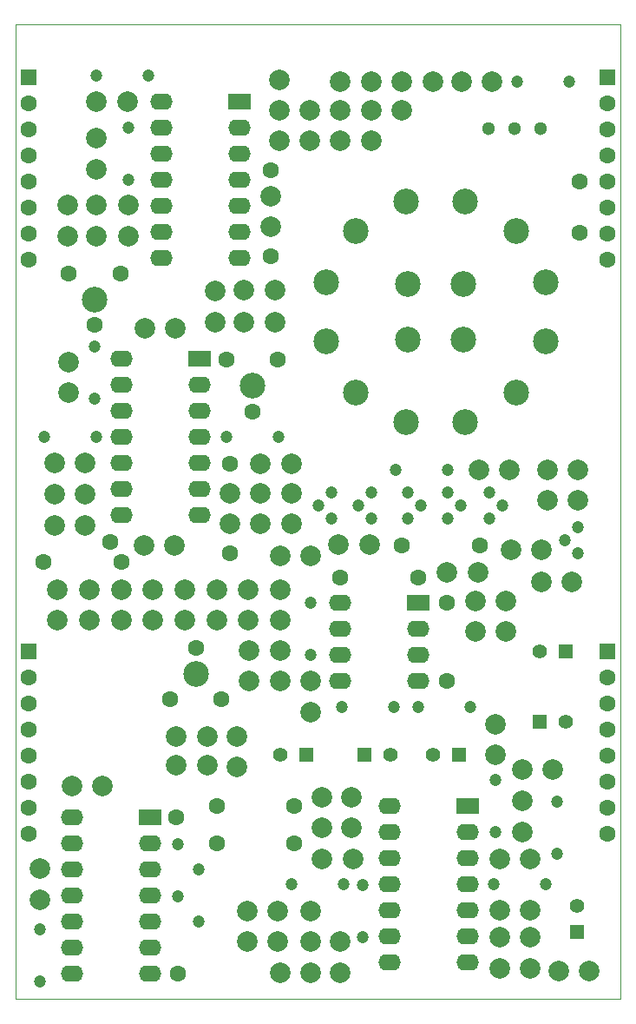
<source format=gts>
G04 #@! TF.GenerationSoftware,KiCad,Pcbnew,(5.0.0-rc2-dev)*
G04 #@! TF.CreationDate,2020-06-18T08:20:37+03:00*
G04 #@! TF.ProjectId,DIYVCO3M,44495956434F334D2E6B696361645F70,rev?*
G04 #@! TF.SameCoordinates,PX5e69ec0PY81b3200*
G04 #@! TF.FileFunction,Soldermask,Top*
G04 #@! TF.FilePolarity,Negative*
%FSLAX46Y46*%
G04 Gerber Fmt 4.6, Leading zero omitted, Abs format (unit mm)*
G04 Created by KiCad (PCBNEW (5.0.0-rc2-dev)) date Thu Jun 18 08:20:37 2020*
%MOMM*%
%LPD*%
G01*
G04 APERTURE LIST*
%ADD10C,0.100000*%
%ADD11C,1.300000*%
%ADD12C,1.200000*%
%ADD13C,2.000000*%
%ADD14C,2.500000*%
%ADD15R,1.400000X1.400000*%
%ADD16C,1.400000*%
%ADD17R,2.200000X1.600000*%
%ADD18O,2.200000X1.600000*%
%ADD19C,1.600000*%
%ADD20R,1.600000X1.600000*%
G04 APERTURE END LIST*
D10*
X0Y95000000D02*
X0Y0D01*
X59000000Y95000000D02*
X0Y95000000D01*
X59000000Y0D02*
X59000000Y95000000D01*
X0Y0D02*
X59000000Y0D01*
D11*
X51240000Y84900000D03*
X48700000Y84900000D03*
X46160000Y84900000D03*
D12*
X46800000Y21340000D03*
X46800000Y16260000D03*
X38265000Y46830000D03*
X38265000Y49370000D03*
X39535000Y48100000D03*
X42165000Y46830000D03*
X42165000Y49370000D03*
X43435000Y48100000D03*
X34735000Y49370000D03*
X34735000Y46830000D03*
X33465000Y48100000D03*
X30835000Y49370000D03*
X30835000Y46830000D03*
X29565000Y48100000D03*
X46265000Y46830000D03*
X46265000Y49370000D03*
X47535000Y48100000D03*
X54900000Y46000000D03*
X54900000Y43460000D03*
X53630000Y44730000D03*
D13*
X3800000Y49200000D03*
X6800000Y49200000D03*
X6800000Y46200000D03*
X3800000Y46200000D03*
X3800000Y52300000D03*
X6800000Y52300000D03*
X22700000Y36900000D03*
X22700000Y39900000D03*
X19600000Y36900000D03*
X19600000Y39900000D03*
X34700000Y86600000D03*
X37700000Y86600000D03*
X31700000Y89400000D03*
X34700000Y89400000D03*
X28700000Y86600000D03*
X31700000Y86600000D03*
X25700000Y83700000D03*
X28700000Y83700000D03*
X25700000Y89600000D03*
X25700000Y86600000D03*
X45100000Y41600000D03*
X42100000Y41600000D03*
X2400000Y9700000D03*
X2400000Y12700000D03*
X8500000Y20800000D03*
X5500000Y20800000D03*
X18700000Y25600000D03*
X15700000Y25600000D03*
X15700000Y22800000D03*
X18700000Y22800000D03*
X21600000Y22600000D03*
X21600000Y25600000D03*
X47800000Y38800000D03*
X47800000Y35800000D03*
X15500000Y44200000D03*
X12500000Y44200000D03*
X44900000Y35800000D03*
X44900000Y38800000D03*
X16500000Y36900000D03*
X16500000Y39900000D03*
X13400000Y36900000D03*
X13400000Y39900000D03*
X4100000Y36900000D03*
X4100000Y39900000D03*
X7200000Y36900000D03*
X7200000Y39900000D03*
X10300000Y36900000D03*
X10300000Y39900000D03*
X28800000Y28000000D03*
X28800000Y31000000D03*
X7900000Y74400000D03*
X7900000Y77400000D03*
X5100000Y77400000D03*
X5100000Y74400000D03*
X7900000Y83900000D03*
X7900000Y80900000D03*
X22800000Y31000000D03*
X25800000Y31000000D03*
X10900000Y87500000D03*
X7900000Y87500000D03*
X22800000Y34000000D03*
X25800000Y34000000D03*
X25800000Y36900000D03*
X25800000Y39900000D03*
X11000000Y74400000D03*
X11000000Y77400000D03*
X19500000Y69000000D03*
X19500000Y66000000D03*
X22300000Y66000000D03*
X25300000Y66000000D03*
X5200000Y59100000D03*
X5200000Y62100000D03*
X15600000Y65400000D03*
X12600000Y65400000D03*
X22300000Y69100000D03*
X25300000Y69100000D03*
X50200000Y8700000D03*
X47200000Y8700000D03*
X24900000Y78300000D03*
X24900000Y75300000D03*
X50200000Y13700000D03*
X47200000Y13700000D03*
X47200000Y6000000D03*
X47200000Y3000000D03*
X46800000Y26800000D03*
X46800000Y23800000D03*
X49400000Y16300000D03*
X49400000Y19300000D03*
X37700000Y89400000D03*
X40700000Y89400000D03*
X52400000Y22400000D03*
X49400000Y22400000D03*
X28800000Y5600000D03*
X28800000Y8600000D03*
X22600000Y5600000D03*
X25600000Y5600000D03*
X31700000Y5600000D03*
X31700000Y2600000D03*
X29900000Y16700000D03*
X29900000Y19700000D03*
X43500000Y89400000D03*
X46500000Y89400000D03*
X28800000Y2600000D03*
X25800000Y2600000D03*
X26900000Y52200000D03*
X23900000Y52200000D03*
X50200000Y3000000D03*
X50200000Y6000000D03*
X29900000Y13700000D03*
X32900000Y13700000D03*
X56000000Y2700000D03*
X53000000Y2700000D03*
X20900000Y49300000D03*
X20900000Y46300000D03*
X28800000Y43200000D03*
X25800000Y43200000D03*
X34500000Y44300000D03*
X31500000Y44300000D03*
X26900000Y46300000D03*
X23900000Y46300000D03*
X23900000Y49300000D03*
X26900000Y49300000D03*
X48200000Y51600000D03*
X45200000Y51600000D03*
X51900000Y48600000D03*
X54900000Y48600000D03*
X54900000Y51600000D03*
X51900000Y51600000D03*
X54300000Y40700000D03*
X51300000Y40700000D03*
X51300000Y43800000D03*
X48300000Y43800000D03*
X22600000Y8600000D03*
X25600000Y8600000D03*
X31700000Y83700000D03*
X34700000Y83700000D03*
X32800000Y19700000D03*
X32800000Y16700000D03*
D14*
X43722000Y64278000D03*
X43722000Y69722000D03*
X38278000Y69722000D03*
X38278000Y64278000D03*
X43873000Y56278000D03*
X48849000Y59151000D03*
X51722000Y64127000D03*
X51722000Y69873000D03*
X48849000Y74849000D03*
X43873000Y77722000D03*
X38127000Y77722000D03*
X33151000Y74849000D03*
X30278000Y69873000D03*
X30278000Y64127000D03*
X33151000Y59151000D03*
X38127000Y56278000D03*
D15*
X53650000Y33900000D03*
D16*
X51150000Y33900000D03*
D12*
X15800000Y10060000D03*
X15800000Y15140000D03*
X2400000Y1760000D03*
X2400000Y6840000D03*
X25640000Y54800000D03*
X20560000Y54800000D03*
X7840000Y54800000D03*
X2760000Y54800000D03*
X46660000Y11200000D03*
X51740000Y11200000D03*
X33900000Y6060000D03*
X33900000Y11140000D03*
X28800000Y33560000D03*
X28800000Y38640000D03*
X39260000Y28500000D03*
X44340000Y28500000D03*
X36940000Y28500000D03*
X31860000Y28500000D03*
X12940000Y90000000D03*
X7860000Y90000000D03*
X11000000Y84940000D03*
X11000000Y79860000D03*
X7700000Y63640000D03*
X7700000Y58560000D03*
X52800000Y14160000D03*
X52800000Y19240000D03*
D16*
X40750000Y23800000D03*
D15*
X43250000Y23800000D03*
D12*
X37060000Y51600000D03*
X42140000Y51600000D03*
X32040000Y11200000D03*
X26960000Y11200000D03*
D16*
X36550000Y23800000D03*
D15*
X34050000Y23800000D03*
X51150000Y27000000D03*
D16*
X53650000Y27000000D03*
X54800000Y9050000D03*
D15*
X54800000Y6550000D03*
X28350000Y23800000D03*
D16*
X25850000Y23800000D03*
D17*
X13110000Y17720000D03*
D18*
X13110000Y15180000D03*
X13110000Y12640000D03*
X13110000Y10100000D03*
X13110000Y7560000D03*
X13110000Y5020000D03*
X13110000Y2480000D03*
X5490000Y2480000D03*
X5490000Y5020000D03*
X5490000Y7560000D03*
X5490000Y10100000D03*
X5490000Y12640000D03*
X5490000Y15180000D03*
X5490000Y17720000D03*
D17*
X17910000Y62420000D03*
D18*
X17910000Y59880000D03*
X17910000Y57340000D03*
X17910000Y54800000D03*
X17910000Y52260000D03*
X17910000Y49720000D03*
X17910000Y47180000D03*
X10290000Y47180000D03*
X10290000Y49720000D03*
X10290000Y52260000D03*
X10290000Y54800000D03*
X10290000Y57340000D03*
X10290000Y59880000D03*
X10290000Y62420000D03*
X36490000Y18820000D03*
X36490000Y16280000D03*
X36490000Y13740000D03*
X36490000Y11200000D03*
X36490000Y8660000D03*
X36490000Y6120000D03*
X36490000Y3580000D03*
X44110000Y3580000D03*
X44110000Y6120000D03*
X44110000Y8660000D03*
X44110000Y11200000D03*
X44110000Y13740000D03*
X44110000Y16280000D03*
D17*
X44110000Y18820000D03*
D19*
X15800000Y2500000D03*
X9200000Y44600000D03*
X24900000Y80800000D03*
X24900000Y72400000D03*
X20900000Y52200000D03*
X20900000Y43500000D03*
X39300000Y41100000D03*
X31700000Y41100000D03*
X42100000Y38600000D03*
X42100000Y31000000D03*
X45300000Y44200000D03*
X37700000Y44200000D03*
X19600000Y18800000D03*
X27200000Y18800000D03*
X19600000Y15200000D03*
X27200000Y15200000D03*
D17*
X21810000Y87520000D03*
D18*
X21810000Y84980000D03*
X21810000Y82440000D03*
X21810000Y79900000D03*
X21810000Y77360000D03*
X21810000Y74820000D03*
X21810000Y72280000D03*
X14190000Y72280000D03*
X14190000Y74820000D03*
X14190000Y77360000D03*
X14190000Y79900000D03*
X14190000Y82440000D03*
X14190000Y84980000D03*
X14190000Y87520000D03*
D19*
X1250000Y87350000D03*
D20*
X1250000Y89890000D03*
D19*
X1250000Y84810000D03*
X1250000Y82270000D03*
X1250000Y79730000D03*
X1250000Y77190000D03*
X1250000Y74650000D03*
X1250000Y72110000D03*
X57750000Y31350000D03*
D20*
X57750000Y33890000D03*
D19*
X57750000Y28810000D03*
X57750000Y26270000D03*
X57750000Y23730000D03*
X57750000Y21190000D03*
X57750000Y18650000D03*
X57750000Y16110000D03*
X57750000Y72110000D03*
X57750000Y74650000D03*
X57750000Y77190000D03*
X57750000Y79730000D03*
X57750000Y82270000D03*
X57750000Y84810000D03*
D20*
X57750000Y89890000D03*
D19*
X57750000Y87350000D03*
X1250000Y16110000D03*
X1250000Y18650000D03*
X1250000Y21190000D03*
X1250000Y23730000D03*
X1250000Y26270000D03*
X1250000Y28810000D03*
D20*
X1250000Y33890000D03*
D19*
X1250000Y31350000D03*
D12*
X17900000Y7560000D03*
X17900000Y12640000D03*
D19*
X15700000Y17700000D03*
X55000000Y79700000D03*
X55000000Y74700000D03*
X2700000Y42600000D03*
X10300000Y42600000D03*
D12*
X48960000Y89400000D03*
X54040000Y89400000D03*
D17*
X39310000Y38610000D03*
D18*
X39310000Y36070000D03*
X39310000Y33530000D03*
X39310000Y30990000D03*
X31690000Y30990000D03*
X31690000Y33530000D03*
X31690000Y36070000D03*
X31690000Y38610000D03*
D19*
X17600000Y34200000D03*
X20100000Y29200000D03*
X15100000Y29200000D03*
D14*
X17600000Y31700000D03*
D19*
X7700000Y65700000D03*
X5200000Y70700000D03*
X10200000Y70700000D03*
D14*
X7700000Y68200000D03*
D19*
X23100000Y57300000D03*
X20600000Y62300000D03*
X25600000Y62300000D03*
D14*
X23100000Y59800000D03*
M02*

</source>
